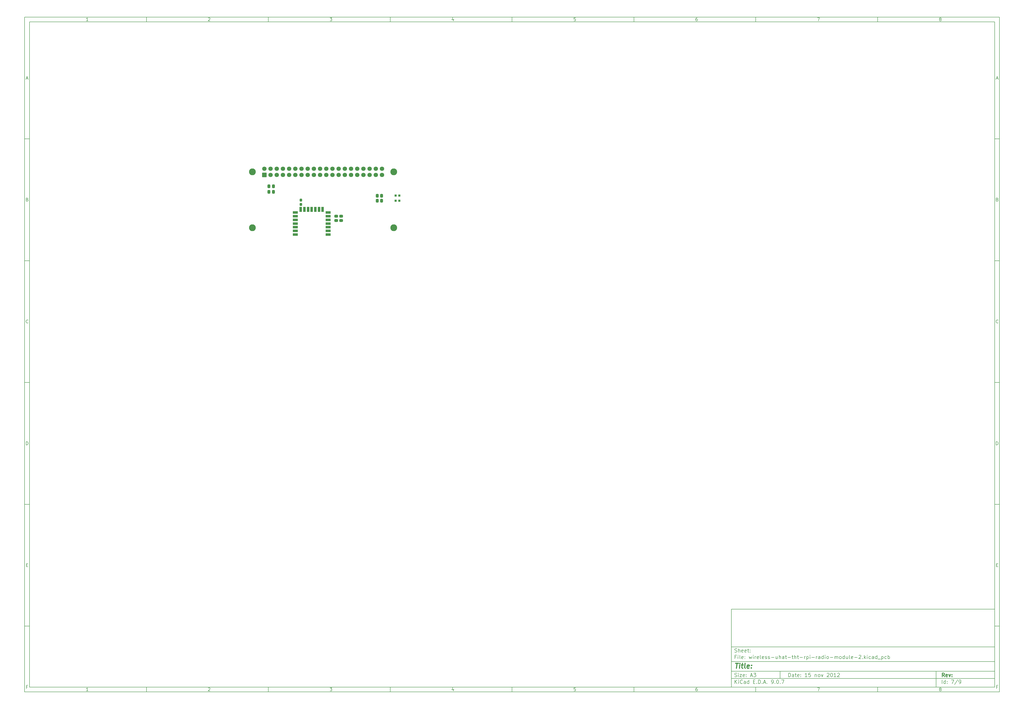
<source format=gts>
G04 #@! TF.GenerationSoftware,KiCad,Pcbnew,9.0.7*
G04 #@! TF.CreationDate,2026-02-19T11:55:31-06:00*
G04 #@! TF.ProjectId,wireless-uhat-tht-rpi-radio-module-2,77697265-6c65-4737-932d-756861742d74,rev?*
G04 #@! TF.SameCoordinates,Original*
G04 #@! TF.FileFunction,Soldermask,Top*
G04 #@! TF.FilePolarity,Negative*
%FSLAX46Y46*%
G04 Gerber Fmt 4.6, Leading zero omitted, Abs format (unit mm)*
G04 Created by KiCad (PCBNEW 9.0.7) date 2026-02-19 11:55:31*
%MOMM*%
%LPD*%
G01*
G04 APERTURE LIST*
G04 Aperture macros list*
%AMRoundRect*
0 Rectangle with rounded corners*
0 $1 Rounding radius*
0 $2 $3 $4 $5 $6 $7 $8 $9 X,Y pos of 4 corners*
0 Add a 4 corners polygon primitive as box body*
4,1,4,$2,$3,$4,$5,$6,$7,$8,$9,$2,$3,0*
0 Add four circle primitives for the rounded corners*
1,1,$1+$1,$2,$3*
1,1,$1+$1,$4,$5*
1,1,$1+$1,$6,$7*
1,1,$1+$1,$8,$9*
0 Add four rect primitives between the rounded corners*
20,1,$1+$1,$2,$3,$4,$5,0*
20,1,$1+$1,$4,$5,$6,$7,0*
20,1,$1+$1,$6,$7,$8,$9,0*
20,1,$1+$1,$8,$9,$2,$3,0*%
G04 Aperture macros list end*
%ADD10C,0.100000*%
%ADD11C,0.150000*%
%ADD12C,0.300000*%
%ADD13C,0.400000*%
%ADD14RoundRect,0.225400X-0.225400X0.225400X-0.225400X-0.225400X0.225400X-0.225400X0.225400X0.225400X0*%
%ADD15C,2.801600*%
%ADD16RoundRect,0.274780X0.288520X0.476020X-0.288520X0.476020X-0.288520X-0.476020X0.288520X-0.476020X0*%
%ADD17RoundRect,0.274780X-0.288520X-0.476020X0.288520X-0.476020X0.288520X0.476020X-0.288520X0.476020X0*%
%ADD18R,2.000000X1.000000*%
%ADD19R,1.000000X2.000000*%
%ADD20RoundRect,0.274780X0.476020X-0.288520X0.476020X0.288520X-0.476020X0.288520X-0.476020X-0.288520X0*%
%ADD21RoundRect,0.262900X-0.262900X0.312900X-0.262900X-0.312900X0.262900X-0.312900X0.262900X0.312900X0*%
%ADD22RoundRect,0.050800X-0.850000X0.850000X-0.850000X-0.850000X0.850000X-0.850000X0.850000X0.850000X0*%
%ADD23C,1.801600*%
G04 APERTURE END LIST*
D10*
D11*
X299989000Y-253002200D02*
X407989000Y-253002200D01*
X407989000Y-285002200D01*
X299989000Y-285002200D01*
X299989000Y-253002200D01*
D10*
D11*
X10000000Y-10000000D02*
X409989000Y-10000000D01*
X409989000Y-287002200D01*
X10000000Y-287002200D01*
X10000000Y-10000000D01*
D10*
D11*
X12000000Y-12000000D02*
X407989000Y-12000000D01*
X407989000Y-285002200D01*
X12000000Y-285002200D01*
X12000000Y-12000000D01*
D10*
D11*
X60000000Y-12000000D02*
X60000000Y-10000000D01*
D10*
D11*
X110000000Y-12000000D02*
X110000000Y-10000000D01*
D10*
D11*
X160000000Y-12000000D02*
X160000000Y-10000000D01*
D10*
D11*
X210000000Y-12000000D02*
X210000000Y-10000000D01*
D10*
D11*
X260000000Y-12000000D02*
X260000000Y-10000000D01*
D10*
D11*
X310000000Y-12000000D02*
X310000000Y-10000000D01*
D10*
D11*
X360000000Y-12000000D02*
X360000000Y-10000000D01*
D10*
D11*
X36089160Y-11593604D02*
X35346303Y-11593604D01*
X35717731Y-11593604D02*
X35717731Y-10293604D01*
X35717731Y-10293604D02*
X35593922Y-10479319D01*
X35593922Y-10479319D02*
X35470112Y-10603128D01*
X35470112Y-10603128D02*
X35346303Y-10665033D01*
D10*
D11*
X85346303Y-10417414D02*
X85408207Y-10355509D01*
X85408207Y-10355509D02*
X85532017Y-10293604D01*
X85532017Y-10293604D02*
X85841541Y-10293604D01*
X85841541Y-10293604D02*
X85965350Y-10355509D01*
X85965350Y-10355509D02*
X86027255Y-10417414D01*
X86027255Y-10417414D02*
X86089160Y-10541223D01*
X86089160Y-10541223D02*
X86089160Y-10665033D01*
X86089160Y-10665033D02*
X86027255Y-10850747D01*
X86027255Y-10850747D02*
X85284398Y-11593604D01*
X85284398Y-11593604D02*
X86089160Y-11593604D01*
D10*
D11*
X135284398Y-10293604D02*
X136089160Y-10293604D01*
X136089160Y-10293604D02*
X135655826Y-10788842D01*
X135655826Y-10788842D02*
X135841541Y-10788842D01*
X135841541Y-10788842D02*
X135965350Y-10850747D01*
X135965350Y-10850747D02*
X136027255Y-10912652D01*
X136027255Y-10912652D02*
X136089160Y-11036461D01*
X136089160Y-11036461D02*
X136089160Y-11345985D01*
X136089160Y-11345985D02*
X136027255Y-11469795D01*
X136027255Y-11469795D02*
X135965350Y-11531700D01*
X135965350Y-11531700D02*
X135841541Y-11593604D01*
X135841541Y-11593604D02*
X135470112Y-11593604D01*
X135470112Y-11593604D02*
X135346303Y-11531700D01*
X135346303Y-11531700D02*
X135284398Y-11469795D01*
D10*
D11*
X185965350Y-10726938D02*
X185965350Y-11593604D01*
X185655826Y-10231700D02*
X185346303Y-11160271D01*
X185346303Y-11160271D02*
X186151064Y-11160271D01*
D10*
D11*
X236027255Y-10293604D02*
X235408207Y-10293604D01*
X235408207Y-10293604D02*
X235346303Y-10912652D01*
X235346303Y-10912652D02*
X235408207Y-10850747D01*
X235408207Y-10850747D02*
X235532017Y-10788842D01*
X235532017Y-10788842D02*
X235841541Y-10788842D01*
X235841541Y-10788842D02*
X235965350Y-10850747D01*
X235965350Y-10850747D02*
X236027255Y-10912652D01*
X236027255Y-10912652D02*
X236089160Y-11036461D01*
X236089160Y-11036461D02*
X236089160Y-11345985D01*
X236089160Y-11345985D02*
X236027255Y-11469795D01*
X236027255Y-11469795D02*
X235965350Y-11531700D01*
X235965350Y-11531700D02*
X235841541Y-11593604D01*
X235841541Y-11593604D02*
X235532017Y-11593604D01*
X235532017Y-11593604D02*
X235408207Y-11531700D01*
X235408207Y-11531700D02*
X235346303Y-11469795D01*
D10*
D11*
X285965350Y-10293604D02*
X285717731Y-10293604D01*
X285717731Y-10293604D02*
X285593922Y-10355509D01*
X285593922Y-10355509D02*
X285532017Y-10417414D01*
X285532017Y-10417414D02*
X285408207Y-10603128D01*
X285408207Y-10603128D02*
X285346303Y-10850747D01*
X285346303Y-10850747D02*
X285346303Y-11345985D01*
X285346303Y-11345985D02*
X285408207Y-11469795D01*
X285408207Y-11469795D02*
X285470112Y-11531700D01*
X285470112Y-11531700D02*
X285593922Y-11593604D01*
X285593922Y-11593604D02*
X285841541Y-11593604D01*
X285841541Y-11593604D02*
X285965350Y-11531700D01*
X285965350Y-11531700D02*
X286027255Y-11469795D01*
X286027255Y-11469795D02*
X286089160Y-11345985D01*
X286089160Y-11345985D02*
X286089160Y-11036461D01*
X286089160Y-11036461D02*
X286027255Y-10912652D01*
X286027255Y-10912652D02*
X285965350Y-10850747D01*
X285965350Y-10850747D02*
X285841541Y-10788842D01*
X285841541Y-10788842D02*
X285593922Y-10788842D01*
X285593922Y-10788842D02*
X285470112Y-10850747D01*
X285470112Y-10850747D02*
X285408207Y-10912652D01*
X285408207Y-10912652D02*
X285346303Y-11036461D01*
D10*
D11*
X335284398Y-10293604D02*
X336151064Y-10293604D01*
X336151064Y-10293604D02*
X335593922Y-11593604D01*
D10*
D11*
X385593922Y-10850747D02*
X385470112Y-10788842D01*
X385470112Y-10788842D02*
X385408207Y-10726938D01*
X385408207Y-10726938D02*
X385346303Y-10603128D01*
X385346303Y-10603128D02*
X385346303Y-10541223D01*
X385346303Y-10541223D02*
X385408207Y-10417414D01*
X385408207Y-10417414D02*
X385470112Y-10355509D01*
X385470112Y-10355509D02*
X385593922Y-10293604D01*
X385593922Y-10293604D02*
X385841541Y-10293604D01*
X385841541Y-10293604D02*
X385965350Y-10355509D01*
X385965350Y-10355509D02*
X386027255Y-10417414D01*
X386027255Y-10417414D02*
X386089160Y-10541223D01*
X386089160Y-10541223D02*
X386089160Y-10603128D01*
X386089160Y-10603128D02*
X386027255Y-10726938D01*
X386027255Y-10726938D02*
X385965350Y-10788842D01*
X385965350Y-10788842D02*
X385841541Y-10850747D01*
X385841541Y-10850747D02*
X385593922Y-10850747D01*
X385593922Y-10850747D02*
X385470112Y-10912652D01*
X385470112Y-10912652D02*
X385408207Y-10974557D01*
X385408207Y-10974557D02*
X385346303Y-11098366D01*
X385346303Y-11098366D02*
X385346303Y-11345985D01*
X385346303Y-11345985D02*
X385408207Y-11469795D01*
X385408207Y-11469795D02*
X385470112Y-11531700D01*
X385470112Y-11531700D02*
X385593922Y-11593604D01*
X385593922Y-11593604D02*
X385841541Y-11593604D01*
X385841541Y-11593604D02*
X385965350Y-11531700D01*
X385965350Y-11531700D02*
X386027255Y-11469795D01*
X386027255Y-11469795D02*
X386089160Y-11345985D01*
X386089160Y-11345985D02*
X386089160Y-11098366D01*
X386089160Y-11098366D02*
X386027255Y-10974557D01*
X386027255Y-10974557D02*
X385965350Y-10912652D01*
X385965350Y-10912652D02*
X385841541Y-10850747D01*
D10*
D11*
X60000000Y-285002200D02*
X60000000Y-287002200D01*
D10*
D11*
X110000000Y-285002200D02*
X110000000Y-287002200D01*
D10*
D11*
X160000000Y-285002200D02*
X160000000Y-287002200D01*
D10*
D11*
X210000000Y-285002200D02*
X210000000Y-287002200D01*
D10*
D11*
X260000000Y-285002200D02*
X260000000Y-287002200D01*
D10*
D11*
X310000000Y-285002200D02*
X310000000Y-287002200D01*
D10*
D11*
X360000000Y-285002200D02*
X360000000Y-287002200D01*
D10*
D11*
X36089160Y-286595804D02*
X35346303Y-286595804D01*
X35717731Y-286595804D02*
X35717731Y-285295804D01*
X35717731Y-285295804D02*
X35593922Y-285481519D01*
X35593922Y-285481519D02*
X35470112Y-285605328D01*
X35470112Y-285605328D02*
X35346303Y-285667233D01*
D10*
D11*
X85346303Y-285419614D02*
X85408207Y-285357709D01*
X85408207Y-285357709D02*
X85532017Y-285295804D01*
X85532017Y-285295804D02*
X85841541Y-285295804D01*
X85841541Y-285295804D02*
X85965350Y-285357709D01*
X85965350Y-285357709D02*
X86027255Y-285419614D01*
X86027255Y-285419614D02*
X86089160Y-285543423D01*
X86089160Y-285543423D02*
X86089160Y-285667233D01*
X86089160Y-285667233D02*
X86027255Y-285852947D01*
X86027255Y-285852947D02*
X85284398Y-286595804D01*
X85284398Y-286595804D02*
X86089160Y-286595804D01*
D10*
D11*
X135284398Y-285295804D02*
X136089160Y-285295804D01*
X136089160Y-285295804D02*
X135655826Y-285791042D01*
X135655826Y-285791042D02*
X135841541Y-285791042D01*
X135841541Y-285791042D02*
X135965350Y-285852947D01*
X135965350Y-285852947D02*
X136027255Y-285914852D01*
X136027255Y-285914852D02*
X136089160Y-286038661D01*
X136089160Y-286038661D02*
X136089160Y-286348185D01*
X136089160Y-286348185D02*
X136027255Y-286471995D01*
X136027255Y-286471995D02*
X135965350Y-286533900D01*
X135965350Y-286533900D02*
X135841541Y-286595804D01*
X135841541Y-286595804D02*
X135470112Y-286595804D01*
X135470112Y-286595804D02*
X135346303Y-286533900D01*
X135346303Y-286533900D02*
X135284398Y-286471995D01*
D10*
D11*
X185965350Y-285729138D02*
X185965350Y-286595804D01*
X185655826Y-285233900D02*
X185346303Y-286162471D01*
X185346303Y-286162471D02*
X186151064Y-286162471D01*
D10*
D11*
X236027255Y-285295804D02*
X235408207Y-285295804D01*
X235408207Y-285295804D02*
X235346303Y-285914852D01*
X235346303Y-285914852D02*
X235408207Y-285852947D01*
X235408207Y-285852947D02*
X235532017Y-285791042D01*
X235532017Y-285791042D02*
X235841541Y-285791042D01*
X235841541Y-285791042D02*
X235965350Y-285852947D01*
X235965350Y-285852947D02*
X236027255Y-285914852D01*
X236027255Y-285914852D02*
X236089160Y-286038661D01*
X236089160Y-286038661D02*
X236089160Y-286348185D01*
X236089160Y-286348185D02*
X236027255Y-286471995D01*
X236027255Y-286471995D02*
X235965350Y-286533900D01*
X235965350Y-286533900D02*
X235841541Y-286595804D01*
X235841541Y-286595804D02*
X235532017Y-286595804D01*
X235532017Y-286595804D02*
X235408207Y-286533900D01*
X235408207Y-286533900D02*
X235346303Y-286471995D01*
D10*
D11*
X285965350Y-285295804D02*
X285717731Y-285295804D01*
X285717731Y-285295804D02*
X285593922Y-285357709D01*
X285593922Y-285357709D02*
X285532017Y-285419614D01*
X285532017Y-285419614D02*
X285408207Y-285605328D01*
X285408207Y-285605328D02*
X285346303Y-285852947D01*
X285346303Y-285852947D02*
X285346303Y-286348185D01*
X285346303Y-286348185D02*
X285408207Y-286471995D01*
X285408207Y-286471995D02*
X285470112Y-286533900D01*
X285470112Y-286533900D02*
X285593922Y-286595804D01*
X285593922Y-286595804D02*
X285841541Y-286595804D01*
X285841541Y-286595804D02*
X285965350Y-286533900D01*
X285965350Y-286533900D02*
X286027255Y-286471995D01*
X286027255Y-286471995D02*
X286089160Y-286348185D01*
X286089160Y-286348185D02*
X286089160Y-286038661D01*
X286089160Y-286038661D02*
X286027255Y-285914852D01*
X286027255Y-285914852D02*
X285965350Y-285852947D01*
X285965350Y-285852947D02*
X285841541Y-285791042D01*
X285841541Y-285791042D02*
X285593922Y-285791042D01*
X285593922Y-285791042D02*
X285470112Y-285852947D01*
X285470112Y-285852947D02*
X285408207Y-285914852D01*
X285408207Y-285914852D02*
X285346303Y-286038661D01*
D10*
D11*
X335284398Y-285295804D02*
X336151064Y-285295804D01*
X336151064Y-285295804D02*
X335593922Y-286595804D01*
D10*
D11*
X385593922Y-285852947D02*
X385470112Y-285791042D01*
X385470112Y-285791042D02*
X385408207Y-285729138D01*
X385408207Y-285729138D02*
X385346303Y-285605328D01*
X385346303Y-285605328D02*
X385346303Y-285543423D01*
X385346303Y-285543423D02*
X385408207Y-285419614D01*
X385408207Y-285419614D02*
X385470112Y-285357709D01*
X385470112Y-285357709D02*
X385593922Y-285295804D01*
X385593922Y-285295804D02*
X385841541Y-285295804D01*
X385841541Y-285295804D02*
X385965350Y-285357709D01*
X385965350Y-285357709D02*
X386027255Y-285419614D01*
X386027255Y-285419614D02*
X386089160Y-285543423D01*
X386089160Y-285543423D02*
X386089160Y-285605328D01*
X386089160Y-285605328D02*
X386027255Y-285729138D01*
X386027255Y-285729138D02*
X385965350Y-285791042D01*
X385965350Y-285791042D02*
X385841541Y-285852947D01*
X385841541Y-285852947D02*
X385593922Y-285852947D01*
X385593922Y-285852947D02*
X385470112Y-285914852D01*
X385470112Y-285914852D02*
X385408207Y-285976757D01*
X385408207Y-285976757D02*
X385346303Y-286100566D01*
X385346303Y-286100566D02*
X385346303Y-286348185D01*
X385346303Y-286348185D02*
X385408207Y-286471995D01*
X385408207Y-286471995D02*
X385470112Y-286533900D01*
X385470112Y-286533900D02*
X385593922Y-286595804D01*
X385593922Y-286595804D02*
X385841541Y-286595804D01*
X385841541Y-286595804D02*
X385965350Y-286533900D01*
X385965350Y-286533900D02*
X386027255Y-286471995D01*
X386027255Y-286471995D02*
X386089160Y-286348185D01*
X386089160Y-286348185D02*
X386089160Y-286100566D01*
X386089160Y-286100566D02*
X386027255Y-285976757D01*
X386027255Y-285976757D02*
X385965350Y-285914852D01*
X385965350Y-285914852D02*
X385841541Y-285852947D01*
D10*
D11*
X10000000Y-60000000D02*
X12000000Y-60000000D01*
D10*
D11*
X10000000Y-110000000D02*
X12000000Y-110000000D01*
D10*
D11*
X10000000Y-160000000D02*
X12000000Y-160000000D01*
D10*
D11*
X10000000Y-210000000D02*
X12000000Y-210000000D01*
D10*
D11*
X10000000Y-260000000D02*
X12000000Y-260000000D01*
D10*
D11*
X10690476Y-35222176D02*
X11309523Y-35222176D01*
X10566666Y-35593604D02*
X10999999Y-34293604D01*
X10999999Y-34293604D02*
X11433333Y-35593604D01*
D10*
D11*
X11092857Y-84912652D02*
X11278571Y-84974557D01*
X11278571Y-84974557D02*
X11340476Y-85036461D01*
X11340476Y-85036461D02*
X11402380Y-85160271D01*
X11402380Y-85160271D02*
X11402380Y-85345985D01*
X11402380Y-85345985D02*
X11340476Y-85469795D01*
X11340476Y-85469795D02*
X11278571Y-85531700D01*
X11278571Y-85531700D02*
X11154761Y-85593604D01*
X11154761Y-85593604D02*
X10659523Y-85593604D01*
X10659523Y-85593604D02*
X10659523Y-84293604D01*
X10659523Y-84293604D02*
X11092857Y-84293604D01*
X11092857Y-84293604D02*
X11216666Y-84355509D01*
X11216666Y-84355509D02*
X11278571Y-84417414D01*
X11278571Y-84417414D02*
X11340476Y-84541223D01*
X11340476Y-84541223D02*
X11340476Y-84665033D01*
X11340476Y-84665033D02*
X11278571Y-84788842D01*
X11278571Y-84788842D02*
X11216666Y-84850747D01*
X11216666Y-84850747D02*
X11092857Y-84912652D01*
X11092857Y-84912652D02*
X10659523Y-84912652D01*
D10*
D11*
X11402380Y-135469795D02*
X11340476Y-135531700D01*
X11340476Y-135531700D02*
X11154761Y-135593604D01*
X11154761Y-135593604D02*
X11030952Y-135593604D01*
X11030952Y-135593604D02*
X10845238Y-135531700D01*
X10845238Y-135531700D02*
X10721428Y-135407890D01*
X10721428Y-135407890D02*
X10659523Y-135284080D01*
X10659523Y-135284080D02*
X10597619Y-135036461D01*
X10597619Y-135036461D02*
X10597619Y-134850747D01*
X10597619Y-134850747D02*
X10659523Y-134603128D01*
X10659523Y-134603128D02*
X10721428Y-134479319D01*
X10721428Y-134479319D02*
X10845238Y-134355509D01*
X10845238Y-134355509D02*
X11030952Y-134293604D01*
X11030952Y-134293604D02*
X11154761Y-134293604D01*
X11154761Y-134293604D02*
X11340476Y-134355509D01*
X11340476Y-134355509D02*
X11402380Y-134417414D01*
D10*
D11*
X10659523Y-185593604D02*
X10659523Y-184293604D01*
X10659523Y-184293604D02*
X10969047Y-184293604D01*
X10969047Y-184293604D02*
X11154761Y-184355509D01*
X11154761Y-184355509D02*
X11278571Y-184479319D01*
X11278571Y-184479319D02*
X11340476Y-184603128D01*
X11340476Y-184603128D02*
X11402380Y-184850747D01*
X11402380Y-184850747D02*
X11402380Y-185036461D01*
X11402380Y-185036461D02*
X11340476Y-185284080D01*
X11340476Y-185284080D02*
X11278571Y-185407890D01*
X11278571Y-185407890D02*
X11154761Y-185531700D01*
X11154761Y-185531700D02*
X10969047Y-185593604D01*
X10969047Y-185593604D02*
X10659523Y-185593604D01*
D10*
D11*
X10721428Y-234912652D02*
X11154762Y-234912652D01*
X11340476Y-235593604D02*
X10721428Y-235593604D01*
X10721428Y-235593604D02*
X10721428Y-234293604D01*
X10721428Y-234293604D02*
X11340476Y-234293604D01*
D10*
D11*
X11185714Y-284912652D02*
X10752380Y-284912652D01*
X10752380Y-285593604D02*
X10752380Y-284293604D01*
X10752380Y-284293604D02*
X11371428Y-284293604D01*
D10*
D11*
X409989000Y-60000000D02*
X407989000Y-60000000D01*
D10*
D11*
X409989000Y-110000000D02*
X407989000Y-110000000D01*
D10*
D11*
X409989000Y-160000000D02*
X407989000Y-160000000D01*
D10*
D11*
X409989000Y-210000000D02*
X407989000Y-210000000D01*
D10*
D11*
X409989000Y-260000000D02*
X407989000Y-260000000D01*
D10*
D11*
X408679476Y-35222176D02*
X409298523Y-35222176D01*
X408555666Y-35593604D02*
X408988999Y-34293604D01*
X408988999Y-34293604D02*
X409422333Y-35593604D01*
D10*
D11*
X409081857Y-84912652D02*
X409267571Y-84974557D01*
X409267571Y-84974557D02*
X409329476Y-85036461D01*
X409329476Y-85036461D02*
X409391380Y-85160271D01*
X409391380Y-85160271D02*
X409391380Y-85345985D01*
X409391380Y-85345985D02*
X409329476Y-85469795D01*
X409329476Y-85469795D02*
X409267571Y-85531700D01*
X409267571Y-85531700D02*
X409143761Y-85593604D01*
X409143761Y-85593604D02*
X408648523Y-85593604D01*
X408648523Y-85593604D02*
X408648523Y-84293604D01*
X408648523Y-84293604D02*
X409081857Y-84293604D01*
X409081857Y-84293604D02*
X409205666Y-84355509D01*
X409205666Y-84355509D02*
X409267571Y-84417414D01*
X409267571Y-84417414D02*
X409329476Y-84541223D01*
X409329476Y-84541223D02*
X409329476Y-84665033D01*
X409329476Y-84665033D02*
X409267571Y-84788842D01*
X409267571Y-84788842D02*
X409205666Y-84850747D01*
X409205666Y-84850747D02*
X409081857Y-84912652D01*
X409081857Y-84912652D02*
X408648523Y-84912652D01*
D10*
D11*
X409391380Y-135469795D02*
X409329476Y-135531700D01*
X409329476Y-135531700D02*
X409143761Y-135593604D01*
X409143761Y-135593604D02*
X409019952Y-135593604D01*
X409019952Y-135593604D02*
X408834238Y-135531700D01*
X408834238Y-135531700D02*
X408710428Y-135407890D01*
X408710428Y-135407890D02*
X408648523Y-135284080D01*
X408648523Y-135284080D02*
X408586619Y-135036461D01*
X408586619Y-135036461D02*
X408586619Y-134850747D01*
X408586619Y-134850747D02*
X408648523Y-134603128D01*
X408648523Y-134603128D02*
X408710428Y-134479319D01*
X408710428Y-134479319D02*
X408834238Y-134355509D01*
X408834238Y-134355509D02*
X409019952Y-134293604D01*
X409019952Y-134293604D02*
X409143761Y-134293604D01*
X409143761Y-134293604D02*
X409329476Y-134355509D01*
X409329476Y-134355509D02*
X409391380Y-134417414D01*
D10*
D11*
X408648523Y-185593604D02*
X408648523Y-184293604D01*
X408648523Y-184293604D02*
X408958047Y-184293604D01*
X408958047Y-184293604D02*
X409143761Y-184355509D01*
X409143761Y-184355509D02*
X409267571Y-184479319D01*
X409267571Y-184479319D02*
X409329476Y-184603128D01*
X409329476Y-184603128D02*
X409391380Y-184850747D01*
X409391380Y-184850747D02*
X409391380Y-185036461D01*
X409391380Y-185036461D02*
X409329476Y-185284080D01*
X409329476Y-185284080D02*
X409267571Y-185407890D01*
X409267571Y-185407890D02*
X409143761Y-185531700D01*
X409143761Y-185531700D02*
X408958047Y-185593604D01*
X408958047Y-185593604D02*
X408648523Y-185593604D01*
D10*
D11*
X408710428Y-234912652D02*
X409143762Y-234912652D01*
X409329476Y-235593604D02*
X408710428Y-235593604D01*
X408710428Y-235593604D02*
X408710428Y-234293604D01*
X408710428Y-234293604D02*
X409329476Y-234293604D01*
D10*
D11*
X409174714Y-284912652D02*
X408741380Y-284912652D01*
X408741380Y-285593604D02*
X408741380Y-284293604D01*
X408741380Y-284293604D02*
X409360428Y-284293604D01*
D10*
D11*
X323444826Y-280788328D02*
X323444826Y-279288328D01*
X323444826Y-279288328D02*
X323801969Y-279288328D01*
X323801969Y-279288328D02*
X324016255Y-279359757D01*
X324016255Y-279359757D02*
X324159112Y-279502614D01*
X324159112Y-279502614D02*
X324230541Y-279645471D01*
X324230541Y-279645471D02*
X324301969Y-279931185D01*
X324301969Y-279931185D02*
X324301969Y-280145471D01*
X324301969Y-280145471D02*
X324230541Y-280431185D01*
X324230541Y-280431185D02*
X324159112Y-280574042D01*
X324159112Y-280574042D02*
X324016255Y-280716900D01*
X324016255Y-280716900D02*
X323801969Y-280788328D01*
X323801969Y-280788328D02*
X323444826Y-280788328D01*
X325587684Y-280788328D02*
X325587684Y-280002614D01*
X325587684Y-280002614D02*
X325516255Y-279859757D01*
X325516255Y-279859757D02*
X325373398Y-279788328D01*
X325373398Y-279788328D02*
X325087684Y-279788328D01*
X325087684Y-279788328D02*
X324944826Y-279859757D01*
X325587684Y-280716900D02*
X325444826Y-280788328D01*
X325444826Y-280788328D02*
X325087684Y-280788328D01*
X325087684Y-280788328D02*
X324944826Y-280716900D01*
X324944826Y-280716900D02*
X324873398Y-280574042D01*
X324873398Y-280574042D02*
X324873398Y-280431185D01*
X324873398Y-280431185D02*
X324944826Y-280288328D01*
X324944826Y-280288328D02*
X325087684Y-280216900D01*
X325087684Y-280216900D02*
X325444826Y-280216900D01*
X325444826Y-280216900D02*
X325587684Y-280145471D01*
X326087684Y-279788328D02*
X326659112Y-279788328D01*
X326301969Y-279288328D02*
X326301969Y-280574042D01*
X326301969Y-280574042D02*
X326373398Y-280716900D01*
X326373398Y-280716900D02*
X326516255Y-280788328D01*
X326516255Y-280788328D02*
X326659112Y-280788328D01*
X327730541Y-280716900D02*
X327587684Y-280788328D01*
X327587684Y-280788328D02*
X327301970Y-280788328D01*
X327301970Y-280788328D02*
X327159112Y-280716900D01*
X327159112Y-280716900D02*
X327087684Y-280574042D01*
X327087684Y-280574042D02*
X327087684Y-280002614D01*
X327087684Y-280002614D02*
X327159112Y-279859757D01*
X327159112Y-279859757D02*
X327301970Y-279788328D01*
X327301970Y-279788328D02*
X327587684Y-279788328D01*
X327587684Y-279788328D02*
X327730541Y-279859757D01*
X327730541Y-279859757D02*
X327801970Y-280002614D01*
X327801970Y-280002614D02*
X327801970Y-280145471D01*
X327801970Y-280145471D02*
X327087684Y-280288328D01*
X328444826Y-280645471D02*
X328516255Y-280716900D01*
X328516255Y-280716900D02*
X328444826Y-280788328D01*
X328444826Y-280788328D02*
X328373398Y-280716900D01*
X328373398Y-280716900D02*
X328444826Y-280645471D01*
X328444826Y-280645471D02*
X328444826Y-280788328D01*
X328444826Y-279859757D02*
X328516255Y-279931185D01*
X328516255Y-279931185D02*
X328444826Y-280002614D01*
X328444826Y-280002614D02*
X328373398Y-279931185D01*
X328373398Y-279931185D02*
X328444826Y-279859757D01*
X328444826Y-279859757D02*
X328444826Y-280002614D01*
X331087684Y-280788328D02*
X330230541Y-280788328D01*
X330659112Y-280788328D02*
X330659112Y-279288328D01*
X330659112Y-279288328D02*
X330516255Y-279502614D01*
X330516255Y-279502614D02*
X330373398Y-279645471D01*
X330373398Y-279645471D02*
X330230541Y-279716900D01*
X332444826Y-279288328D02*
X331730540Y-279288328D01*
X331730540Y-279288328D02*
X331659112Y-280002614D01*
X331659112Y-280002614D02*
X331730540Y-279931185D01*
X331730540Y-279931185D02*
X331873398Y-279859757D01*
X331873398Y-279859757D02*
X332230540Y-279859757D01*
X332230540Y-279859757D02*
X332373398Y-279931185D01*
X332373398Y-279931185D02*
X332444826Y-280002614D01*
X332444826Y-280002614D02*
X332516255Y-280145471D01*
X332516255Y-280145471D02*
X332516255Y-280502614D01*
X332516255Y-280502614D02*
X332444826Y-280645471D01*
X332444826Y-280645471D02*
X332373398Y-280716900D01*
X332373398Y-280716900D02*
X332230540Y-280788328D01*
X332230540Y-280788328D02*
X331873398Y-280788328D01*
X331873398Y-280788328D02*
X331730540Y-280716900D01*
X331730540Y-280716900D02*
X331659112Y-280645471D01*
X334301968Y-279788328D02*
X334301968Y-280788328D01*
X334301968Y-279931185D02*
X334373397Y-279859757D01*
X334373397Y-279859757D02*
X334516254Y-279788328D01*
X334516254Y-279788328D02*
X334730540Y-279788328D01*
X334730540Y-279788328D02*
X334873397Y-279859757D01*
X334873397Y-279859757D02*
X334944826Y-280002614D01*
X334944826Y-280002614D02*
X334944826Y-280788328D01*
X335873397Y-280788328D02*
X335730540Y-280716900D01*
X335730540Y-280716900D02*
X335659111Y-280645471D01*
X335659111Y-280645471D02*
X335587683Y-280502614D01*
X335587683Y-280502614D02*
X335587683Y-280074042D01*
X335587683Y-280074042D02*
X335659111Y-279931185D01*
X335659111Y-279931185D02*
X335730540Y-279859757D01*
X335730540Y-279859757D02*
X335873397Y-279788328D01*
X335873397Y-279788328D02*
X336087683Y-279788328D01*
X336087683Y-279788328D02*
X336230540Y-279859757D01*
X336230540Y-279859757D02*
X336301969Y-279931185D01*
X336301969Y-279931185D02*
X336373397Y-280074042D01*
X336373397Y-280074042D02*
X336373397Y-280502614D01*
X336373397Y-280502614D02*
X336301969Y-280645471D01*
X336301969Y-280645471D02*
X336230540Y-280716900D01*
X336230540Y-280716900D02*
X336087683Y-280788328D01*
X336087683Y-280788328D02*
X335873397Y-280788328D01*
X336873397Y-279788328D02*
X337230540Y-280788328D01*
X337230540Y-280788328D02*
X337587683Y-279788328D01*
X339230540Y-279431185D02*
X339301968Y-279359757D01*
X339301968Y-279359757D02*
X339444826Y-279288328D01*
X339444826Y-279288328D02*
X339801968Y-279288328D01*
X339801968Y-279288328D02*
X339944826Y-279359757D01*
X339944826Y-279359757D02*
X340016254Y-279431185D01*
X340016254Y-279431185D02*
X340087683Y-279574042D01*
X340087683Y-279574042D02*
X340087683Y-279716900D01*
X340087683Y-279716900D02*
X340016254Y-279931185D01*
X340016254Y-279931185D02*
X339159111Y-280788328D01*
X339159111Y-280788328D02*
X340087683Y-280788328D01*
X341016254Y-279288328D02*
X341159111Y-279288328D01*
X341159111Y-279288328D02*
X341301968Y-279359757D01*
X341301968Y-279359757D02*
X341373397Y-279431185D01*
X341373397Y-279431185D02*
X341444825Y-279574042D01*
X341444825Y-279574042D02*
X341516254Y-279859757D01*
X341516254Y-279859757D02*
X341516254Y-280216900D01*
X341516254Y-280216900D02*
X341444825Y-280502614D01*
X341444825Y-280502614D02*
X341373397Y-280645471D01*
X341373397Y-280645471D02*
X341301968Y-280716900D01*
X341301968Y-280716900D02*
X341159111Y-280788328D01*
X341159111Y-280788328D02*
X341016254Y-280788328D01*
X341016254Y-280788328D02*
X340873397Y-280716900D01*
X340873397Y-280716900D02*
X340801968Y-280645471D01*
X340801968Y-280645471D02*
X340730539Y-280502614D01*
X340730539Y-280502614D02*
X340659111Y-280216900D01*
X340659111Y-280216900D02*
X340659111Y-279859757D01*
X340659111Y-279859757D02*
X340730539Y-279574042D01*
X340730539Y-279574042D02*
X340801968Y-279431185D01*
X340801968Y-279431185D02*
X340873397Y-279359757D01*
X340873397Y-279359757D02*
X341016254Y-279288328D01*
X342944825Y-280788328D02*
X342087682Y-280788328D01*
X342516253Y-280788328D02*
X342516253Y-279288328D01*
X342516253Y-279288328D02*
X342373396Y-279502614D01*
X342373396Y-279502614D02*
X342230539Y-279645471D01*
X342230539Y-279645471D02*
X342087682Y-279716900D01*
X343516253Y-279431185D02*
X343587681Y-279359757D01*
X343587681Y-279359757D02*
X343730539Y-279288328D01*
X343730539Y-279288328D02*
X344087681Y-279288328D01*
X344087681Y-279288328D02*
X344230539Y-279359757D01*
X344230539Y-279359757D02*
X344301967Y-279431185D01*
X344301967Y-279431185D02*
X344373396Y-279574042D01*
X344373396Y-279574042D02*
X344373396Y-279716900D01*
X344373396Y-279716900D02*
X344301967Y-279931185D01*
X344301967Y-279931185D02*
X343444824Y-280788328D01*
X343444824Y-280788328D02*
X344373396Y-280788328D01*
D10*
D11*
X299989000Y-281502200D02*
X407989000Y-281502200D01*
D10*
D11*
X301444826Y-283588328D02*
X301444826Y-282088328D01*
X302301969Y-283588328D02*
X301659112Y-282731185D01*
X302301969Y-282088328D02*
X301444826Y-282945471D01*
X302944826Y-283588328D02*
X302944826Y-282588328D01*
X302944826Y-282088328D02*
X302873398Y-282159757D01*
X302873398Y-282159757D02*
X302944826Y-282231185D01*
X302944826Y-282231185D02*
X303016255Y-282159757D01*
X303016255Y-282159757D02*
X302944826Y-282088328D01*
X302944826Y-282088328D02*
X302944826Y-282231185D01*
X304516255Y-283445471D02*
X304444827Y-283516900D01*
X304444827Y-283516900D02*
X304230541Y-283588328D01*
X304230541Y-283588328D02*
X304087684Y-283588328D01*
X304087684Y-283588328D02*
X303873398Y-283516900D01*
X303873398Y-283516900D02*
X303730541Y-283374042D01*
X303730541Y-283374042D02*
X303659112Y-283231185D01*
X303659112Y-283231185D02*
X303587684Y-282945471D01*
X303587684Y-282945471D02*
X303587684Y-282731185D01*
X303587684Y-282731185D02*
X303659112Y-282445471D01*
X303659112Y-282445471D02*
X303730541Y-282302614D01*
X303730541Y-282302614D02*
X303873398Y-282159757D01*
X303873398Y-282159757D02*
X304087684Y-282088328D01*
X304087684Y-282088328D02*
X304230541Y-282088328D01*
X304230541Y-282088328D02*
X304444827Y-282159757D01*
X304444827Y-282159757D02*
X304516255Y-282231185D01*
X305801970Y-283588328D02*
X305801970Y-282802614D01*
X305801970Y-282802614D02*
X305730541Y-282659757D01*
X305730541Y-282659757D02*
X305587684Y-282588328D01*
X305587684Y-282588328D02*
X305301970Y-282588328D01*
X305301970Y-282588328D02*
X305159112Y-282659757D01*
X305801970Y-283516900D02*
X305659112Y-283588328D01*
X305659112Y-283588328D02*
X305301970Y-283588328D01*
X305301970Y-283588328D02*
X305159112Y-283516900D01*
X305159112Y-283516900D02*
X305087684Y-283374042D01*
X305087684Y-283374042D02*
X305087684Y-283231185D01*
X305087684Y-283231185D02*
X305159112Y-283088328D01*
X305159112Y-283088328D02*
X305301970Y-283016900D01*
X305301970Y-283016900D02*
X305659112Y-283016900D01*
X305659112Y-283016900D02*
X305801970Y-282945471D01*
X307159113Y-283588328D02*
X307159113Y-282088328D01*
X307159113Y-283516900D02*
X307016255Y-283588328D01*
X307016255Y-283588328D02*
X306730541Y-283588328D01*
X306730541Y-283588328D02*
X306587684Y-283516900D01*
X306587684Y-283516900D02*
X306516255Y-283445471D01*
X306516255Y-283445471D02*
X306444827Y-283302614D01*
X306444827Y-283302614D02*
X306444827Y-282874042D01*
X306444827Y-282874042D02*
X306516255Y-282731185D01*
X306516255Y-282731185D02*
X306587684Y-282659757D01*
X306587684Y-282659757D02*
X306730541Y-282588328D01*
X306730541Y-282588328D02*
X307016255Y-282588328D01*
X307016255Y-282588328D02*
X307159113Y-282659757D01*
X309016255Y-282802614D02*
X309516255Y-282802614D01*
X309730541Y-283588328D02*
X309016255Y-283588328D01*
X309016255Y-283588328D02*
X309016255Y-282088328D01*
X309016255Y-282088328D02*
X309730541Y-282088328D01*
X310373398Y-283445471D02*
X310444827Y-283516900D01*
X310444827Y-283516900D02*
X310373398Y-283588328D01*
X310373398Y-283588328D02*
X310301970Y-283516900D01*
X310301970Y-283516900D02*
X310373398Y-283445471D01*
X310373398Y-283445471D02*
X310373398Y-283588328D01*
X311087684Y-283588328D02*
X311087684Y-282088328D01*
X311087684Y-282088328D02*
X311444827Y-282088328D01*
X311444827Y-282088328D02*
X311659113Y-282159757D01*
X311659113Y-282159757D02*
X311801970Y-282302614D01*
X311801970Y-282302614D02*
X311873399Y-282445471D01*
X311873399Y-282445471D02*
X311944827Y-282731185D01*
X311944827Y-282731185D02*
X311944827Y-282945471D01*
X311944827Y-282945471D02*
X311873399Y-283231185D01*
X311873399Y-283231185D02*
X311801970Y-283374042D01*
X311801970Y-283374042D02*
X311659113Y-283516900D01*
X311659113Y-283516900D02*
X311444827Y-283588328D01*
X311444827Y-283588328D02*
X311087684Y-283588328D01*
X312587684Y-283445471D02*
X312659113Y-283516900D01*
X312659113Y-283516900D02*
X312587684Y-283588328D01*
X312587684Y-283588328D02*
X312516256Y-283516900D01*
X312516256Y-283516900D02*
X312587684Y-283445471D01*
X312587684Y-283445471D02*
X312587684Y-283588328D01*
X313230542Y-283159757D02*
X313944828Y-283159757D01*
X313087685Y-283588328D02*
X313587685Y-282088328D01*
X313587685Y-282088328D02*
X314087685Y-283588328D01*
X314587684Y-283445471D02*
X314659113Y-283516900D01*
X314659113Y-283516900D02*
X314587684Y-283588328D01*
X314587684Y-283588328D02*
X314516256Y-283516900D01*
X314516256Y-283516900D02*
X314587684Y-283445471D01*
X314587684Y-283445471D02*
X314587684Y-283588328D01*
X316516256Y-283588328D02*
X316801970Y-283588328D01*
X316801970Y-283588328D02*
X316944827Y-283516900D01*
X316944827Y-283516900D02*
X317016256Y-283445471D01*
X317016256Y-283445471D02*
X317159113Y-283231185D01*
X317159113Y-283231185D02*
X317230542Y-282945471D01*
X317230542Y-282945471D02*
X317230542Y-282374042D01*
X317230542Y-282374042D02*
X317159113Y-282231185D01*
X317159113Y-282231185D02*
X317087685Y-282159757D01*
X317087685Y-282159757D02*
X316944827Y-282088328D01*
X316944827Y-282088328D02*
X316659113Y-282088328D01*
X316659113Y-282088328D02*
X316516256Y-282159757D01*
X316516256Y-282159757D02*
X316444827Y-282231185D01*
X316444827Y-282231185D02*
X316373399Y-282374042D01*
X316373399Y-282374042D02*
X316373399Y-282731185D01*
X316373399Y-282731185D02*
X316444827Y-282874042D01*
X316444827Y-282874042D02*
X316516256Y-282945471D01*
X316516256Y-282945471D02*
X316659113Y-283016900D01*
X316659113Y-283016900D02*
X316944827Y-283016900D01*
X316944827Y-283016900D02*
X317087685Y-282945471D01*
X317087685Y-282945471D02*
X317159113Y-282874042D01*
X317159113Y-282874042D02*
X317230542Y-282731185D01*
X317873398Y-283445471D02*
X317944827Y-283516900D01*
X317944827Y-283516900D02*
X317873398Y-283588328D01*
X317873398Y-283588328D02*
X317801970Y-283516900D01*
X317801970Y-283516900D02*
X317873398Y-283445471D01*
X317873398Y-283445471D02*
X317873398Y-283588328D01*
X318873399Y-282088328D02*
X319016256Y-282088328D01*
X319016256Y-282088328D02*
X319159113Y-282159757D01*
X319159113Y-282159757D02*
X319230542Y-282231185D01*
X319230542Y-282231185D02*
X319301970Y-282374042D01*
X319301970Y-282374042D02*
X319373399Y-282659757D01*
X319373399Y-282659757D02*
X319373399Y-283016900D01*
X319373399Y-283016900D02*
X319301970Y-283302614D01*
X319301970Y-283302614D02*
X319230542Y-283445471D01*
X319230542Y-283445471D02*
X319159113Y-283516900D01*
X319159113Y-283516900D02*
X319016256Y-283588328D01*
X319016256Y-283588328D02*
X318873399Y-283588328D01*
X318873399Y-283588328D02*
X318730542Y-283516900D01*
X318730542Y-283516900D02*
X318659113Y-283445471D01*
X318659113Y-283445471D02*
X318587684Y-283302614D01*
X318587684Y-283302614D02*
X318516256Y-283016900D01*
X318516256Y-283016900D02*
X318516256Y-282659757D01*
X318516256Y-282659757D02*
X318587684Y-282374042D01*
X318587684Y-282374042D02*
X318659113Y-282231185D01*
X318659113Y-282231185D02*
X318730542Y-282159757D01*
X318730542Y-282159757D02*
X318873399Y-282088328D01*
X320016255Y-283445471D02*
X320087684Y-283516900D01*
X320087684Y-283516900D02*
X320016255Y-283588328D01*
X320016255Y-283588328D02*
X319944827Y-283516900D01*
X319944827Y-283516900D02*
X320016255Y-283445471D01*
X320016255Y-283445471D02*
X320016255Y-283588328D01*
X320587684Y-282088328D02*
X321587684Y-282088328D01*
X321587684Y-282088328D02*
X320944827Y-283588328D01*
D10*
D11*
X299989000Y-278502200D02*
X407989000Y-278502200D01*
D10*
D12*
X387400653Y-280780528D02*
X386900653Y-280066242D01*
X386543510Y-280780528D02*
X386543510Y-279280528D01*
X386543510Y-279280528D02*
X387114939Y-279280528D01*
X387114939Y-279280528D02*
X387257796Y-279351957D01*
X387257796Y-279351957D02*
X387329225Y-279423385D01*
X387329225Y-279423385D02*
X387400653Y-279566242D01*
X387400653Y-279566242D02*
X387400653Y-279780528D01*
X387400653Y-279780528D02*
X387329225Y-279923385D01*
X387329225Y-279923385D02*
X387257796Y-279994814D01*
X387257796Y-279994814D02*
X387114939Y-280066242D01*
X387114939Y-280066242D02*
X386543510Y-280066242D01*
X388614939Y-280709100D02*
X388472082Y-280780528D01*
X388472082Y-280780528D02*
X388186368Y-280780528D01*
X388186368Y-280780528D02*
X388043510Y-280709100D01*
X388043510Y-280709100D02*
X387972082Y-280566242D01*
X387972082Y-280566242D02*
X387972082Y-279994814D01*
X387972082Y-279994814D02*
X388043510Y-279851957D01*
X388043510Y-279851957D02*
X388186368Y-279780528D01*
X388186368Y-279780528D02*
X388472082Y-279780528D01*
X388472082Y-279780528D02*
X388614939Y-279851957D01*
X388614939Y-279851957D02*
X388686368Y-279994814D01*
X388686368Y-279994814D02*
X388686368Y-280137671D01*
X388686368Y-280137671D02*
X387972082Y-280280528D01*
X389186367Y-279780528D02*
X389543510Y-280780528D01*
X389543510Y-280780528D02*
X389900653Y-279780528D01*
X390472081Y-280637671D02*
X390543510Y-280709100D01*
X390543510Y-280709100D02*
X390472081Y-280780528D01*
X390472081Y-280780528D02*
X390400653Y-280709100D01*
X390400653Y-280709100D02*
X390472081Y-280637671D01*
X390472081Y-280637671D02*
X390472081Y-280780528D01*
X390472081Y-279851957D02*
X390543510Y-279923385D01*
X390543510Y-279923385D02*
X390472081Y-279994814D01*
X390472081Y-279994814D02*
X390400653Y-279923385D01*
X390400653Y-279923385D02*
X390472081Y-279851957D01*
X390472081Y-279851957D02*
X390472081Y-279994814D01*
D10*
D11*
X301373398Y-280716900D02*
X301587684Y-280788328D01*
X301587684Y-280788328D02*
X301944826Y-280788328D01*
X301944826Y-280788328D02*
X302087684Y-280716900D01*
X302087684Y-280716900D02*
X302159112Y-280645471D01*
X302159112Y-280645471D02*
X302230541Y-280502614D01*
X302230541Y-280502614D02*
X302230541Y-280359757D01*
X302230541Y-280359757D02*
X302159112Y-280216900D01*
X302159112Y-280216900D02*
X302087684Y-280145471D01*
X302087684Y-280145471D02*
X301944826Y-280074042D01*
X301944826Y-280074042D02*
X301659112Y-280002614D01*
X301659112Y-280002614D02*
X301516255Y-279931185D01*
X301516255Y-279931185D02*
X301444826Y-279859757D01*
X301444826Y-279859757D02*
X301373398Y-279716900D01*
X301373398Y-279716900D02*
X301373398Y-279574042D01*
X301373398Y-279574042D02*
X301444826Y-279431185D01*
X301444826Y-279431185D02*
X301516255Y-279359757D01*
X301516255Y-279359757D02*
X301659112Y-279288328D01*
X301659112Y-279288328D02*
X302016255Y-279288328D01*
X302016255Y-279288328D02*
X302230541Y-279359757D01*
X302873397Y-280788328D02*
X302873397Y-279788328D01*
X302873397Y-279288328D02*
X302801969Y-279359757D01*
X302801969Y-279359757D02*
X302873397Y-279431185D01*
X302873397Y-279431185D02*
X302944826Y-279359757D01*
X302944826Y-279359757D02*
X302873397Y-279288328D01*
X302873397Y-279288328D02*
X302873397Y-279431185D01*
X303444826Y-279788328D02*
X304230541Y-279788328D01*
X304230541Y-279788328D02*
X303444826Y-280788328D01*
X303444826Y-280788328D02*
X304230541Y-280788328D01*
X305373398Y-280716900D02*
X305230541Y-280788328D01*
X305230541Y-280788328D02*
X304944827Y-280788328D01*
X304944827Y-280788328D02*
X304801969Y-280716900D01*
X304801969Y-280716900D02*
X304730541Y-280574042D01*
X304730541Y-280574042D02*
X304730541Y-280002614D01*
X304730541Y-280002614D02*
X304801969Y-279859757D01*
X304801969Y-279859757D02*
X304944827Y-279788328D01*
X304944827Y-279788328D02*
X305230541Y-279788328D01*
X305230541Y-279788328D02*
X305373398Y-279859757D01*
X305373398Y-279859757D02*
X305444827Y-280002614D01*
X305444827Y-280002614D02*
X305444827Y-280145471D01*
X305444827Y-280145471D02*
X304730541Y-280288328D01*
X306087683Y-280645471D02*
X306159112Y-280716900D01*
X306159112Y-280716900D02*
X306087683Y-280788328D01*
X306087683Y-280788328D02*
X306016255Y-280716900D01*
X306016255Y-280716900D02*
X306087683Y-280645471D01*
X306087683Y-280645471D02*
X306087683Y-280788328D01*
X306087683Y-279859757D02*
X306159112Y-279931185D01*
X306159112Y-279931185D02*
X306087683Y-280002614D01*
X306087683Y-280002614D02*
X306016255Y-279931185D01*
X306016255Y-279931185D02*
X306087683Y-279859757D01*
X306087683Y-279859757D02*
X306087683Y-280002614D01*
X307873398Y-280359757D02*
X308587684Y-280359757D01*
X307730541Y-280788328D02*
X308230541Y-279288328D01*
X308230541Y-279288328D02*
X308730541Y-280788328D01*
X309087683Y-279288328D02*
X310016255Y-279288328D01*
X310016255Y-279288328D02*
X309516255Y-279859757D01*
X309516255Y-279859757D02*
X309730540Y-279859757D01*
X309730540Y-279859757D02*
X309873398Y-279931185D01*
X309873398Y-279931185D02*
X309944826Y-280002614D01*
X309944826Y-280002614D02*
X310016255Y-280145471D01*
X310016255Y-280145471D02*
X310016255Y-280502614D01*
X310016255Y-280502614D02*
X309944826Y-280645471D01*
X309944826Y-280645471D02*
X309873398Y-280716900D01*
X309873398Y-280716900D02*
X309730540Y-280788328D01*
X309730540Y-280788328D02*
X309301969Y-280788328D01*
X309301969Y-280788328D02*
X309159112Y-280716900D01*
X309159112Y-280716900D02*
X309087683Y-280645471D01*
D10*
D11*
X386444826Y-283588328D02*
X386444826Y-282088328D01*
X387801970Y-283588328D02*
X387801970Y-282088328D01*
X387801970Y-283516900D02*
X387659112Y-283588328D01*
X387659112Y-283588328D02*
X387373398Y-283588328D01*
X387373398Y-283588328D02*
X387230541Y-283516900D01*
X387230541Y-283516900D02*
X387159112Y-283445471D01*
X387159112Y-283445471D02*
X387087684Y-283302614D01*
X387087684Y-283302614D02*
X387087684Y-282874042D01*
X387087684Y-282874042D02*
X387159112Y-282731185D01*
X387159112Y-282731185D02*
X387230541Y-282659757D01*
X387230541Y-282659757D02*
X387373398Y-282588328D01*
X387373398Y-282588328D02*
X387659112Y-282588328D01*
X387659112Y-282588328D02*
X387801970Y-282659757D01*
X388516255Y-283445471D02*
X388587684Y-283516900D01*
X388587684Y-283516900D02*
X388516255Y-283588328D01*
X388516255Y-283588328D02*
X388444827Y-283516900D01*
X388444827Y-283516900D02*
X388516255Y-283445471D01*
X388516255Y-283445471D02*
X388516255Y-283588328D01*
X388516255Y-282659757D02*
X388587684Y-282731185D01*
X388587684Y-282731185D02*
X388516255Y-282802614D01*
X388516255Y-282802614D02*
X388444827Y-282731185D01*
X388444827Y-282731185D02*
X388516255Y-282659757D01*
X388516255Y-282659757D02*
X388516255Y-282802614D01*
X390230541Y-282088328D02*
X391230541Y-282088328D01*
X391230541Y-282088328D02*
X390587684Y-283588328D01*
X392873398Y-282016900D02*
X391587684Y-283945471D01*
X393444827Y-283588328D02*
X393730541Y-283588328D01*
X393730541Y-283588328D02*
X393873398Y-283516900D01*
X393873398Y-283516900D02*
X393944827Y-283445471D01*
X393944827Y-283445471D02*
X394087684Y-283231185D01*
X394087684Y-283231185D02*
X394159113Y-282945471D01*
X394159113Y-282945471D02*
X394159113Y-282374042D01*
X394159113Y-282374042D02*
X394087684Y-282231185D01*
X394087684Y-282231185D02*
X394016256Y-282159757D01*
X394016256Y-282159757D02*
X393873398Y-282088328D01*
X393873398Y-282088328D02*
X393587684Y-282088328D01*
X393587684Y-282088328D02*
X393444827Y-282159757D01*
X393444827Y-282159757D02*
X393373398Y-282231185D01*
X393373398Y-282231185D02*
X393301970Y-282374042D01*
X393301970Y-282374042D02*
X393301970Y-282731185D01*
X393301970Y-282731185D02*
X393373398Y-282874042D01*
X393373398Y-282874042D02*
X393444827Y-282945471D01*
X393444827Y-282945471D02*
X393587684Y-283016900D01*
X393587684Y-283016900D02*
X393873398Y-283016900D01*
X393873398Y-283016900D02*
X394016256Y-282945471D01*
X394016256Y-282945471D02*
X394087684Y-282874042D01*
X394087684Y-282874042D02*
X394159113Y-282731185D01*
D10*
D11*
X299989000Y-274502200D02*
X407989000Y-274502200D01*
D10*
D13*
X301680728Y-275206638D02*
X302823585Y-275206638D01*
X302002157Y-277206638D02*
X302252157Y-275206638D01*
X303240252Y-277206638D02*
X303406919Y-275873304D01*
X303490252Y-275206638D02*
X303383109Y-275301876D01*
X303383109Y-275301876D02*
X303466443Y-275397114D01*
X303466443Y-275397114D02*
X303573586Y-275301876D01*
X303573586Y-275301876D02*
X303490252Y-275206638D01*
X303490252Y-275206638D02*
X303466443Y-275397114D01*
X304073586Y-275873304D02*
X304835490Y-275873304D01*
X304442633Y-275206638D02*
X304228348Y-276920923D01*
X304228348Y-276920923D02*
X304299776Y-277111400D01*
X304299776Y-277111400D02*
X304478348Y-277206638D01*
X304478348Y-277206638D02*
X304668824Y-277206638D01*
X305621205Y-277206638D02*
X305442633Y-277111400D01*
X305442633Y-277111400D02*
X305371205Y-276920923D01*
X305371205Y-276920923D02*
X305585490Y-275206638D01*
X307156919Y-277111400D02*
X306954538Y-277206638D01*
X306954538Y-277206638D02*
X306573585Y-277206638D01*
X306573585Y-277206638D02*
X306395014Y-277111400D01*
X306395014Y-277111400D02*
X306323585Y-276920923D01*
X306323585Y-276920923D02*
X306418824Y-276159019D01*
X306418824Y-276159019D02*
X306537871Y-275968542D01*
X306537871Y-275968542D02*
X306740252Y-275873304D01*
X306740252Y-275873304D02*
X307121204Y-275873304D01*
X307121204Y-275873304D02*
X307299776Y-275968542D01*
X307299776Y-275968542D02*
X307371204Y-276159019D01*
X307371204Y-276159019D02*
X307347395Y-276349495D01*
X307347395Y-276349495D02*
X306371204Y-276539971D01*
X308121205Y-277016161D02*
X308204538Y-277111400D01*
X308204538Y-277111400D02*
X308097395Y-277206638D01*
X308097395Y-277206638D02*
X308014062Y-277111400D01*
X308014062Y-277111400D02*
X308121205Y-277016161D01*
X308121205Y-277016161D02*
X308097395Y-277206638D01*
X308252157Y-275968542D02*
X308335490Y-276063780D01*
X308335490Y-276063780D02*
X308228348Y-276159019D01*
X308228348Y-276159019D02*
X308145014Y-276063780D01*
X308145014Y-276063780D02*
X308252157Y-275968542D01*
X308252157Y-275968542D02*
X308228348Y-276159019D01*
D10*
D11*
X301944826Y-272602614D02*
X301444826Y-272602614D01*
X301444826Y-273388328D02*
X301444826Y-271888328D01*
X301444826Y-271888328D02*
X302159112Y-271888328D01*
X302730540Y-273388328D02*
X302730540Y-272388328D01*
X302730540Y-271888328D02*
X302659112Y-271959757D01*
X302659112Y-271959757D02*
X302730540Y-272031185D01*
X302730540Y-272031185D02*
X302801969Y-271959757D01*
X302801969Y-271959757D02*
X302730540Y-271888328D01*
X302730540Y-271888328D02*
X302730540Y-272031185D01*
X303659112Y-273388328D02*
X303516255Y-273316900D01*
X303516255Y-273316900D02*
X303444826Y-273174042D01*
X303444826Y-273174042D02*
X303444826Y-271888328D01*
X304801969Y-273316900D02*
X304659112Y-273388328D01*
X304659112Y-273388328D02*
X304373398Y-273388328D01*
X304373398Y-273388328D02*
X304230540Y-273316900D01*
X304230540Y-273316900D02*
X304159112Y-273174042D01*
X304159112Y-273174042D02*
X304159112Y-272602614D01*
X304159112Y-272602614D02*
X304230540Y-272459757D01*
X304230540Y-272459757D02*
X304373398Y-272388328D01*
X304373398Y-272388328D02*
X304659112Y-272388328D01*
X304659112Y-272388328D02*
X304801969Y-272459757D01*
X304801969Y-272459757D02*
X304873398Y-272602614D01*
X304873398Y-272602614D02*
X304873398Y-272745471D01*
X304873398Y-272745471D02*
X304159112Y-272888328D01*
X305516254Y-273245471D02*
X305587683Y-273316900D01*
X305587683Y-273316900D02*
X305516254Y-273388328D01*
X305516254Y-273388328D02*
X305444826Y-273316900D01*
X305444826Y-273316900D02*
X305516254Y-273245471D01*
X305516254Y-273245471D02*
X305516254Y-273388328D01*
X305516254Y-272459757D02*
X305587683Y-272531185D01*
X305587683Y-272531185D02*
X305516254Y-272602614D01*
X305516254Y-272602614D02*
X305444826Y-272531185D01*
X305444826Y-272531185D02*
X305516254Y-272459757D01*
X305516254Y-272459757D02*
X305516254Y-272602614D01*
X307230540Y-272388328D02*
X307516255Y-273388328D01*
X307516255Y-273388328D02*
X307801969Y-272674042D01*
X307801969Y-272674042D02*
X308087683Y-273388328D01*
X308087683Y-273388328D02*
X308373397Y-272388328D01*
X308944826Y-273388328D02*
X308944826Y-272388328D01*
X308944826Y-271888328D02*
X308873398Y-271959757D01*
X308873398Y-271959757D02*
X308944826Y-272031185D01*
X308944826Y-272031185D02*
X309016255Y-271959757D01*
X309016255Y-271959757D02*
X308944826Y-271888328D01*
X308944826Y-271888328D02*
X308944826Y-272031185D01*
X309659112Y-273388328D02*
X309659112Y-272388328D01*
X309659112Y-272674042D02*
X309730541Y-272531185D01*
X309730541Y-272531185D02*
X309801970Y-272459757D01*
X309801970Y-272459757D02*
X309944827Y-272388328D01*
X309944827Y-272388328D02*
X310087684Y-272388328D01*
X311159112Y-273316900D02*
X311016255Y-273388328D01*
X311016255Y-273388328D02*
X310730541Y-273388328D01*
X310730541Y-273388328D02*
X310587683Y-273316900D01*
X310587683Y-273316900D02*
X310516255Y-273174042D01*
X310516255Y-273174042D02*
X310516255Y-272602614D01*
X310516255Y-272602614D02*
X310587683Y-272459757D01*
X310587683Y-272459757D02*
X310730541Y-272388328D01*
X310730541Y-272388328D02*
X311016255Y-272388328D01*
X311016255Y-272388328D02*
X311159112Y-272459757D01*
X311159112Y-272459757D02*
X311230541Y-272602614D01*
X311230541Y-272602614D02*
X311230541Y-272745471D01*
X311230541Y-272745471D02*
X310516255Y-272888328D01*
X312087683Y-273388328D02*
X311944826Y-273316900D01*
X311944826Y-273316900D02*
X311873397Y-273174042D01*
X311873397Y-273174042D02*
X311873397Y-271888328D01*
X313230540Y-273316900D02*
X313087683Y-273388328D01*
X313087683Y-273388328D02*
X312801969Y-273388328D01*
X312801969Y-273388328D02*
X312659111Y-273316900D01*
X312659111Y-273316900D02*
X312587683Y-273174042D01*
X312587683Y-273174042D02*
X312587683Y-272602614D01*
X312587683Y-272602614D02*
X312659111Y-272459757D01*
X312659111Y-272459757D02*
X312801969Y-272388328D01*
X312801969Y-272388328D02*
X313087683Y-272388328D01*
X313087683Y-272388328D02*
X313230540Y-272459757D01*
X313230540Y-272459757D02*
X313301969Y-272602614D01*
X313301969Y-272602614D02*
X313301969Y-272745471D01*
X313301969Y-272745471D02*
X312587683Y-272888328D01*
X313873397Y-273316900D02*
X314016254Y-273388328D01*
X314016254Y-273388328D02*
X314301968Y-273388328D01*
X314301968Y-273388328D02*
X314444825Y-273316900D01*
X314444825Y-273316900D02*
X314516254Y-273174042D01*
X314516254Y-273174042D02*
X314516254Y-273102614D01*
X314516254Y-273102614D02*
X314444825Y-272959757D01*
X314444825Y-272959757D02*
X314301968Y-272888328D01*
X314301968Y-272888328D02*
X314087683Y-272888328D01*
X314087683Y-272888328D02*
X313944825Y-272816900D01*
X313944825Y-272816900D02*
X313873397Y-272674042D01*
X313873397Y-272674042D02*
X313873397Y-272602614D01*
X313873397Y-272602614D02*
X313944825Y-272459757D01*
X313944825Y-272459757D02*
X314087683Y-272388328D01*
X314087683Y-272388328D02*
X314301968Y-272388328D01*
X314301968Y-272388328D02*
X314444825Y-272459757D01*
X315087683Y-273316900D02*
X315230540Y-273388328D01*
X315230540Y-273388328D02*
X315516254Y-273388328D01*
X315516254Y-273388328D02*
X315659111Y-273316900D01*
X315659111Y-273316900D02*
X315730540Y-273174042D01*
X315730540Y-273174042D02*
X315730540Y-273102614D01*
X315730540Y-273102614D02*
X315659111Y-272959757D01*
X315659111Y-272959757D02*
X315516254Y-272888328D01*
X315516254Y-272888328D02*
X315301969Y-272888328D01*
X315301969Y-272888328D02*
X315159111Y-272816900D01*
X315159111Y-272816900D02*
X315087683Y-272674042D01*
X315087683Y-272674042D02*
X315087683Y-272602614D01*
X315087683Y-272602614D02*
X315159111Y-272459757D01*
X315159111Y-272459757D02*
X315301969Y-272388328D01*
X315301969Y-272388328D02*
X315516254Y-272388328D01*
X315516254Y-272388328D02*
X315659111Y-272459757D01*
X316373397Y-272816900D02*
X317516255Y-272816900D01*
X318873398Y-272388328D02*
X318873398Y-273388328D01*
X318230540Y-272388328D02*
X318230540Y-273174042D01*
X318230540Y-273174042D02*
X318301969Y-273316900D01*
X318301969Y-273316900D02*
X318444826Y-273388328D01*
X318444826Y-273388328D02*
X318659112Y-273388328D01*
X318659112Y-273388328D02*
X318801969Y-273316900D01*
X318801969Y-273316900D02*
X318873398Y-273245471D01*
X319587683Y-273388328D02*
X319587683Y-271888328D01*
X320230541Y-273388328D02*
X320230541Y-272602614D01*
X320230541Y-272602614D02*
X320159112Y-272459757D01*
X320159112Y-272459757D02*
X320016255Y-272388328D01*
X320016255Y-272388328D02*
X319801969Y-272388328D01*
X319801969Y-272388328D02*
X319659112Y-272459757D01*
X319659112Y-272459757D02*
X319587683Y-272531185D01*
X321587684Y-273388328D02*
X321587684Y-272602614D01*
X321587684Y-272602614D02*
X321516255Y-272459757D01*
X321516255Y-272459757D02*
X321373398Y-272388328D01*
X321373398Y-272388328D02*
X321087684Y-272388328D01*
X321087684Y-272388328D02*
X320944826Y-272459757D01*
X321587684Y-273316900D02*
X321444826Y-273388328D01*
X321444826Y-273388328D02*
X321087684Y-273388328D01*
X321087684Y-273388328D02*
X320944826Y-273316900D01*
X320944826Y-273316900D02*
X320873398Y-273174042D01*
X320873398Y-273174042D02*
X320873398Y-273031185D01*
X320873398Y-273031185D02*
X320944826Y-272888328D01*
X320944826Y-272888328D02*
X321087684Y-272816900D01*
X321087684Y-272816900D02*
X321444826Y-272816900D01*
X321444826Y-272816900D02*
X321587684Y-272745471D01*
X322087684Y-272388328D02*
X322659112Y-272388328D01*
X322301969Y-271888328D02*
X322301969Y-273174042D01*
X322301969Y-273174042D02*
X322373398Y-273316900D01*
X322373398Y-273316900D02*
X322516255Y-273388328D01*
X322516255Y-273388328D02*
X322659112Y-273388328D01*
X323159112Y-272816900D02*
X324301970Y-272816900D01*
X324801970Y-272388328D02*
X325373398Y-272388328D01*
X325016255Y-271888328D02*
X325016255Y-273174042D01*
X325016255Y-273174042D02*
X325087684Y-273316900D01*
X325087684Y-273316900D02*
X325230541Y-273388328D01*
X325230541Y-273388328D02*
X325373398Y-273388328D01*
X325873398Y-273388328D02*
X325873398Y-271888328D01*
X326516256Y-273388328D02*
X326516256Y-272602614D01*
X326516256Y-272602614D02*
X326444827Y-272459757D01*
X326444827Y-272459757D02*
X326301970Y-272388328D01*
X326301970Y-272388328D02*
X326087684Y-272388328D01*
X326087684Y-272388328D02*
X325944827Y-272459757D01*
X325944827Y-272459757D02*
X325873398Y-272531185D01*
X327016256Y-272388328D02*
X327587684Y-272388328D01*
X327230541Y-271888328D02*
X327230541Y-273174042D01*
X327230541Y-273174042D02*
X327301970Y-273316900D01*
X327301970Y-273316900D02*
X327444827Y-273388328D01*
X327444827Y-273388328D02*
X327587684Y-273388328D01*
X328087684Y-272816900D02*
X329230542Y-272816900D01*
X329944827Y-273388328D02*
X329944827Y-272388328D01*
X329944827Y-272674042D02*
X330016256Y-272531185D01*
X330016256Y-272531185D02*
X330087685Y-272459757D01*
X330087685Y-272459757D02*
X330230542Y-272388328D01*
X330230542Y-272388328D02*
X330373399Y-272388328D01*
X330873398Y-272388328D02*
X330873398Y-273888328D01*
X330873398Y-272459757D02*
X331016256Y-272388328D01*
X331016256Y-272388328D02*
X331301970Y-272388328D01*
X331301970Y-272388328D02*
X331444827Y-272459757D01*
X331444827Y-272459757D02*
X331516256Y-272531185D01*
X331516256Y-272531185D02*
X331587684Y-272674042D01*
X331587684Y-272674042D02*
X331587684Y-273102614D01*
X331587684Y-273102614D02*
X331516256Y-273245471D01*
X331516256Y-273245471D02*
X331444827Y-273316900D01*
X331444827Y-273316900D02*
X331301970Y-273388328D01*
X331301970Y-273388328D02*
X331016256Y-273388328D01*
X331016256Y-273388328D02*
X330873398Y-273316900D01*
X332230541Y-273388328D02*
X332230541Y-272388328D01*
X332230541Y-271888328D02*
X332159113Y-271959757D01*
X332159113Y-271959757D02*
X332230541Y-272031185D01*
X332230541Y-272031185D02*
X332301970Y-271959757D01*
X332301970Y-271959757D02*
X332230541Y-271888328D01*
X332230541Y-271888328D02*
X332230541Y-272031185D01*
X332944827Y-272816900D02*
X334087685Y-272816900D01*
X334801970Y-273388328D02*
X334801970Y-272388328D01*
X334801970Y-272674042D02*
X334873399Y-272531185D01*
X334873399Y-272531185D02*
X334944828Y-272459757D01*
X334944828Y-272459757D02*
X335087685Y-272388328D01*
X335087685Y-272388328D02*
X335230542Y-272388328D01*
X336373399Y-273388328D02*
X336373399Y-272602614D01*
X336373399Y-272602614D02*
X336301970Y-272459757D01*
X336301970Y-272459757D02*
X336159113Y-272388328D01*
X336159113Y-272388328D02*
X335873399Y-272388328D01*
X335873399Y-272388328D02*
X335730541Y-272459757D01*
X336373399Y-273316900D02*
X336230541Y-273388328D01*
X336230541Y-273388328D02*
X335873399Y-273388328D01*
X335873399Y-273388328D02*
X335730541Y-273316900D01*
X335730541Y-273316900D02*
X335659113Y-273174042D01*
X335659113Y-273174042D02*
X335659113Y-273031185D01*
X335659113Y-273031185D02*
X335730541Y-272888328D01*
X335730541Y-272888328D02*
X335873399Y-272816900D01*
X335873399Y-272816900D02*
X336230541Y-272816900D01*
X336230541Y-272816900D02*
X336373399Y-272745471D01*
X337730542Y-273388328D02*
X337730542Y-271888328D01*
X337730542Y-273316900D02*
X337587684Y-273388328D01*
X337587684Y-273388328D02*
X337301970Y-273388328D01*
X337301970Y-273388328D02*
X337159113Y-273316900D01*
X337159113Y-273316900D02*
X337087684Y-273245471D01*
X337087684Y-273245471D02*
X337016256Y-273102614D01*
X337016256Y-273102614D02*
X337016256Y-272674042D01*
X337016256Y-272674042D02*
X337087684Y-272531185D01*
X337087684Y-272531185D02*
X337159113Y-272459757D01*
X337159113Y-272459757D02*
X337301970Y-272388328D01*
X337301970Y-272388328D02*
X337587684Y-272388328D01*
X337587684Y-272388328D02*
X337730542Y-272459757D01*
X338444827Y-273388328D02*
X338444827Y-272388328D01*
X338444827Y-271888328D02*
X338373399Y-271959757D01*
X338373399Y-271959757D02*
X338444827Y-272031185D01*
X338444827Y-272031185D02*
X338516256Y-271959757D01*
X338516256Y-271959757D02*
X338444827Y-271888328D01*
X338444827Y-271888328D02*
X338444827Y-272031185D01*
X339373399Y-273388328D02*
X339230542Y-273316900D01*
X339230542Y-273316900D02*
X339159113Y-273245471D01*
X339159113Y-273245471D02*
X339087685Y-273102614D01*
X339087685Y-273102614D02*
X339087685Y-272674042D01*
X339087685Y-272674042D02*
X339159113Y-272531185D01*
X339159113Y-272531185D02*
X339230542Y-272459757D01*
X339230542Y-272459757D02*
X339373399Y-272388328D01*
X339373399Y-272388328D02*
X339587685Y-272388328D01*
X339587685Y-272388328D02*
X339730542Y-272459757D01*
X339730542Y-272459757D02*
X339801971Y-272531185D01*
X339801971Y-272531185D02*
X339873399Y-272674042D01*
X339873399Y-272674042D02*
X339873399Y-273102614D01*
X339873399Y-273102614D02*
X339801971Y-273245471D01*
X339801971Y-273245471D02*
X339730542Y-273316900D01*
X339730542Y-273316900D02*
X339587685Y-273388328D01*
X339587685Y-273388328D02*
X339373399Y-273388328D01*
X340516256Y-272816900D02*
X341659114Y-272816900D01*
X342373399Y-273388328D02*
X342373399Y-272388328D01*
X342373399Y-272531185D02*
X342444828Y-272459757D01*
X342444828Y-272459757D02*
X342587685Y-272388328D01*
X342587685Y-272388328D02*
X342801971Y-272388328D01*
X342801971Y-272388328D02*
X342944828Y-272459757D01*
X342944828Y-272459757D02*
X343016257Y-272602614D01*
X343016257Y-272602614D02*
X343016257Y-273388328D01*
X343016257Y-272602614D02*
X343087685Y-272459757D01*
X343087685Y-272459757D02*
X343230542Y-272388328D01*
X343230542Y-272388328D02*
X343444828Y-272388328D01*
X343444828Y-272388328D02*
X343587685Y-272459757D01*
X343587685Y-272459757D02*
X343659114Y-272602614D01*
X343659114Y-272602614D02*
X343659114Y-273388328D01*
X344587685Y-273388328D02*
X344444828Y-273316900D01*
X344444828Y-273316900D02*
X344373399Y-273245471D01*
X344373399Y-273245471D02*
X344301971Y-273102614D01*
X344301971Y-273102614D02*
X344301971Y-272674042D01*
X344301971Y-272674042D02*
X344373399Y-272531185D01*
X344373399Y-272531185D02*
X344444828Y-272459757D01*
X344444828Y-272459757D02*
X344587685Y-272388328D01*
X344587685Y-272388328D02*
X344801971Y-272388328D01*
X344801971Y-272388328D02*
X344944828Y-272459757D01*
X344944828Y-272459757D02*
X345016257Y-272531185D01*
X345016257Y-272531185D02*
X345087685Y-272674042D01*
X345087685Y-272674042D02*
X345087685Y-273102614D01*
X345087685Y-273102614D02*
X345016257Y-273245471D01*
X345016257Y-273245471D02*
X344944828Y-273316900D01*
X344944828Y-273316900D02*
X344801971Y-273388328D01*
X344801971Y-273388328D02*
X344587685Y-273388328D01*
X346373400Y-273388328D02*
X346373400Y-271888328D01*
X346373400Y-273316900D02*
X346230542Y-273388328D01*
X346230542Y-273388328D02*
X345944828Y-273388328D01*
X345944828Y-273388328D02*
X345801971Y-273316900D01*
X345801971Y-273316900D02*
X345730542Y-273245471D01*
X345730542Y-273245471D02*
X345659114Y-273102614D01*
X345659114Y-273102614D02*
X345659114Y-272674042D01*
X345659114Y-272674042D02*
X345730542Y-272531185D01*
X345730542Y-272531185D02*
X345801971Y-272459757D01*
X345801971Y-272459757D02*
X345944828Y-272388328D01*
X345944828Y-272388328D02*
X346230542Y-272388328D01*
X346230542Y-272388328D02*
X346373400Y-272459757D01*
X347730543Y-272388328D02*
X347730543Y-273388328D01*
X347087685Y-272388328D02*
X347087685Y-273174042D01*
X347087685Y-273174042D02*
X347159114Y-273316900D01*
X347159114Y-273316900D02*
X347301971Y-273388328D01*
X347301971Y-273388328D02*
X347516257Y-273388328D01*
X347516257Y-273388328D02*
X347659114Y-273316900D01*
X347659114Y-273316900D02*
X347730543Y-273245471D01*
X348659114Y-273388328D02*
X348516257Y-273316900D01*
X348516257Y-273316900D02*
X348444828Y-273174042D01*
X348444828Y-273174042D02*
X348444828Y-271888328D01*
X349801971Y-273316900D02*
X349659114Y-273388328D01*
X349659114Y-273388328D02*
X349373400Y-273388328D01*
X349373400Y-273388328D02*
X349230542Y-273316900D01*
X349230542Y-273316900D02*
X349159114Y-273174042D01*
X349159114Y-273174042D02*
X349159114Y-272602614D01*
X349159114Y-272602614D02*
X349230542Y-272459757D01*
X349230542Y-272459757D02*
X349373400Y-272388328D01*
X349373400Y-272388328D02*
X349659114Y-272388328D01*
X349659114Y-272388328D02*
X349801971Y-272459757D01*
X349801971Y-272459757D02*
X349873400Y-272602614D01*
X349873400Y-272602614D02*
X349873400Y-272745471D01*
X349873400Y-272745471D02*
X349159114Y-272888328D01*
X350516256Y-272816900D02*
X351659114Y-272816900D01*
X352301971Y-272031185D02*
X352373399Y-271959757D01*
X352373399Y-271959757D02*
X352516257Y-271888328D01*
X352516257Y-271888328D02*
X352873399Y-271888328D01*
X352873399Y-271888328D02*
X353016257Y-271959757D01*
X353016257Y-271959757D02*
X353087685Y-272031185D01*
X353087685Y-272031185D02*
X353159114Y-272174042D01*
X353159114Y-272174042D02*
X353159114Y-272316900D01*
X353159114Y-272316900D02*
X353087685Y-272531185D01*
X353087685Y-272531185D02*
X352230542Y-273388328D01*
X352230542Y-273388328D02*
X353159114Y-273388328D01*
X353801970Y-273245471D02*
X353873399Y-273316900D01*
X353873399Y-273316900D02*
X353801970Y-273388328D01*
X353801970Y-273388328D02*
X353730542Y-273316900D01*
X353730542Y-273316900D02*
X353801970Y-273245471D01*
X353801970Y-273245471D02*
X353801970Y-273388328D01*
X354516256Y-273388328D02*
X354516256Y-271888328D01*
X354659114Y-272816900D02*
X355087685Y-273388328D01*
X355087685Y-272388328D02*
X354516256Y-272959757D01*
X355730542Y-273388328D02*
X355730542Y-272388328D01*
X355730542Y-271888328D02*
X355659114Y-271959757D01*
X355659114Y-271959757D02*
X355730542Y-272031185D01*
X355730542Y-272031185D02*
X355801971Y-271959757D01*
X355801971Y-271959757D02*
X355730542Y-271888328D01*
X355730542Y-271888328D02*
X355730542Y-272031185D01*
X357087686Y-273316900D02*
X356944828Y-273388328D01*
X356944828Y-273388328D02*
X356659114Y-273388328D01*
X356659114Y-273388328D02*
X356516257Y-273316900D01*
X356516257Y-273316900D02*
X356444828Y-273245471D01*
X356444828Y-273245471D02*
X356373400Y-273102614D01*
X356373400Y-273102614D02*
X356373400Y-272674042D01*
X356373400Y-272674042D02*
X356444828Y-272531185D01*
X356444828Y-272531185D02*
X356516257Y-272459757D01*
X356516257Y-272459757D02*
X356659114Y-272388328D01*
X356659114Y-272388328D02*
X356944828Y-272388328D01*
X356944828Y-272388328D02*
X357087686Y-272459757D01*
X358373400Y-273388328D02*
X358373400Y-272602614D01*
X358373400Y-272602614D02*
X358301971Y-272459757D01*
X358301971Y-272459757D02*
X358159114Y-272388328D01*
X358159114Y-272388328D02*
X357873400Y-272388328D01*
X357873400Y-272388328D02*
X357730542Y-272459757D01*
X358373400Y-273316900D02*
X358230542Y-273388328D01*
X358230542Y-273388328D02*
X357873400Y-273388328D01*
X357873400Y-273388328D02*
X357730542Y-273316900D01*
X357730542Y-273316900D02*
X357659114Y-273174042D01*
X357659114Y-273174042D02*
X357659114Y-273031185D01*
X357659114Y-273031185D02*
X357730542Y-272888328D01*
X357730542Y-272888328D02*
X357873400Y-272816900D01*
X357873400Y-272816900D02*
X358230542Y-272816900D01*
X358230542Y-272816900D02*
X358373400Y-272745471D01*
X359730543Y-273388328D02*
X359730543Y-271888328D01*
X359730543Y-273316900D02*
X359587685Y-273388328D01*
X359587685Y-273388328D02*
X359301971Y-273388328D01*
X359301971Y-273388328D02*
X359159114Y-273316900D01*
X359159114Y-273316900D02*
X359087685Y-273245471D01*
X359087685Y-273245471D02*
X359016257Y-273102614D01*
X359016257Y-273102614D02*
X359016257Y-272674042D01*
X359016257Y-272674042D02*
X359087685Y-272531185D01*
X359087685Y-272531185D02*
X359159114Y-272459757D01*
X359159114Y-272459757D02*
X359301971Y-272388328D01*
X359301971Y-272388328D02*
X359587685Y-272388328D01*
X359587685Y-272388328D02*
X359730543Y-272459757D01*
X360087686Y-273531185D02*
X361230543Y-273531185D01*
X361587685Y-272388328D02*
X361587685Y-273888328D01*
X361587685Y-272459757D02*
X361730543Y-272388328D01*
X361730543Y-272388328D02*
X362016257Y-272388328D01*
X362016257Y-272388328D02*
X362159114Y-272459757D01*
X362159114Y-272459757D02*
X362230543Y-272531185D01*
X362230543Y-272531185D02*
X362301971Y-272674042D01*
X362301971Y-272674042D02*
X362301971Y-273102614D01*
X362301971Y-273102614D02*
X362230543Y-273245471D01*
X362230543Y-273245471D02*
X362159114Y-273316900D01*
X362159114Y-273316900D02*
X362016257Y-273388328D01*
X362016257Y-273388328D02*
X361730543Y-273388328D01*
X361730543Y-273388328D02*
X361587685Y-273316900D01*
X363587686Y-273316900D02*
X363444828Y-273388328D01*
X363444828Y-273388328D02*
X363159114Y-273388328D01*
X363159114Y-273388328D02*
X363016257Y-273316900D01*
X363016257Y-273316900D02*
X362944828Y-273245471D01*
X362944828Y-273245471D02*
X362873400Y-273102614D01*
X362873400Y-273102614D02*
X362873400Y-272674042D01*
X362873400Y-272674042D02*
X362944828Y-272531185D01*
X362944828Y-272531185D02*
X363016257Y-272459757D01*
X363016257Y-272459757D02*
X363159114Y-272388328D01*
X363159114Y-272388328D02*
X363444828Y-272388328D01*
X363444828Y-272388328D02*
X363587686Y-272459757D01*
X364230542Y-273388328D02*
X364230542Y-271888328D01*
X364230542Y-272459757D02*
X364373400Y-272388328D01*
X364373400Y-272388328D02*
X364659114Y-272388328D01*
X364659114Y-272388328D02*
X364801971Y-272459757D01*
X364801971Y-272459757D02*
X364873400Y-272531185D01*
X364873400Y-272531185D02*
X364944828Y-272674042D01*
X364944828Y-272674042D02*
X364944828Y-273102614D01*
X364944828Y-273102614D02*
X364873400Y-273245471D01*
X364873400Y-273245471D02*
X364801971Y-273316900D01*
X364801971Y-273316900D02*
X364659114Y-273388328D01*
X364659114Y-273388328D02*
X364373400Y-273388328D01*
X364373400Y-273388328D02*
X364230542Y-273316900D01*
D10*
D11*
X299989000Y-268502200D02*
X407989000Y-268502200D01*
D10*
D11*
X301373398Y-270616900D02*
X301587684Y-270688328D01*
X301587684Y-270688328D02*
X301944826Y-270688328D01*
X301944826Y-270688328D02*
X302087684Y-270616900D01*
X302087684Y-270616900D02*
X302159112Y-270545471D01*
X302159112Y-270545471D02*
X302230541Y-270402614D01*
X302230541Y-270402614D02*
X302230541Y-270259757D01*
X302230541Y-270259757D02*
X302159112Y-270116900D01*
X302159112Y-270116900D02*
X302087684Y-270045471D01*
X302087684Y-270045471D02*
X301944826Y-269974042D01*
X301944826Y-269974042D02*
X301659112Y-269902614D01*
X301659112Y-269902614D02*
X301516255Y-269831185D01*
X301516255Y-269831185D02*
X301444826Y-269759757D01*
X301444826Y-269759757D02*
X301373398Y-269616900D01*
X301373398Y-269616900D02*
X301373398Y-269474042D01*
X301373398Y-269474042D02*
X301444826Y-269331185D01*
X301444826Y-269331185D02*
X301516255Y-269259757D01*
X301516255Y-269259757D02*
X301659112Y-269188328D01*
X301659112Y-269188328D02*
X302016255Y-269188328D01*
X302016255Y-269188328D02*
X302230541Y-269259757D01*
X302873397Y-270688328D02*
X302873397Y-269188328D01*
X303516255Y-270688328D02*
X303516255Y-269902614D01*
X303516255Y-269902614D02*
X303444826Y-269759757D01*
X303444826Y-269759757D02*
X303301969Y-269688328D01*
X303301969Y-269688328D02*
X303087683Y-269688328D01*
X303087683Y-269688328D02*
X302944826Y-269759757D01*
X302944826Y-269759757D02*
X302873397Y-269831185D01*
X304801969Y-270616900D02*
X304659112Y-270688328D01*
X304659112Y-270688328D02*
X304373398Y-270688328D01*
X304373398Y-270688328D02*
X304230540Y-270616900D01*
X304230540Y-270616900D02*
X304159112Y-270474042D01*
X304159112Y-270474042D02*
X304159112Y-269902614D01*
X304159112Y-269902614D02*
X304230540Y-269759757D01*
X304230540Y-269759757D02*
X304373398Y-269688328D01*
X304373398Y-269688328D02*
X304659112Y-269688328D01*
X304659112Y-269688328D02*
X304801969Y-269759757D01*
X304801969Y-269759757D02*
X304873398Y-269902614D01*
X304873398Y-269902614D02*
X304873398Y-270045471D01*
X304873398Y-270045471D02*
X304159112Y-270188328D01*
X306087683Y-270616900D02*
X305944826Y-270688328D01*
X305944826Y-270688328D02*
X305659112Y-270688328D01*
X305659112Y-270688328D02*
X305516254Y-270616900D01*
X305516254Y-270616900D02*
X305444826Y-270474042D01*
X305444826Y-270474042D02*
X305444826Y-269902614D01*
X305444826Y-269902614D02*
X305516254Y-269759757D01*
X305516254Y-269759757D02*
X305659112Y-269688328D01*
X305659112Y-269688328D02*
X305944826Y-269688328D01*
X305944826Y-269688328D02*
X306087683Y-269759757D01*
X306087683Y-269759757D02*
X306159112Y-269902614D01*
X306159112Y-269902614D02*
X306159112Y-270045471D01*
X306159112Y-270045471D02*
X305444826Y-270188328D01*
X306587683Y-269688328D02*
X307159111Y-269688328D01*
X306801968Y-269188328D02*
X306801968Y-270474042D01*
X306801968Y-270474042D02*
X306873397Y-270616900D01*
X306873397Y-270616900D02*
X307016254Y-270688328D01*
X307016254Y-270688328D02*
X307159111Y-270688328D01*
X307659111Y-270545471D02*
X307730540Y-270616900D01*
X307730540Y-270616900D02*
X307659111Y-270688328D01*
X307659111Y-270688328D02*
X307587683Y-270616900D01*
X307587683Y-270616900D02*
X307659111Y-270545471D01*
X307659111Y-270545471D02*
X307659111Y-270688328D01*
X307659111Y-269759757D02*
X307730540Y-269831185D01*
X307730540Y-269831185D02*
X307659111Y-269902614D01*
X307659111Y-269902614D02*
X307587683Y-269831185D01*
X307587683Y-269831185D02*
X307659111Y-269759757D01*
X307659111Y-269759757D02*
X307659111Y-269902614D01*
D10*
D11*
X319989000Y-278502200D02*
X319989000Y-281502200D01*
D10*
D11*
X383989000Y-278502200D02*
X383989000Y-285002200D01*
D14*
X162242000Y-85353100D03*
X163742000Y-85353100D03*
D15*
X161500000Y-73500000D03*
D16*
X156510500Y-85353100D03*
X154685500Y-85353100D03*
D14*
X163742000Y-83236000D03*
X162242000Y-83236000D03*
D15*
X103500000Y-96500000D03*
X103500000Y-73500000D03*
D17*
X110263500Y-79426000D03*
X112088500Y-79426000D03*
D18*
X134544000Y-99248000D03*
X134544000Y-97748000D03*
X134544000Y-96248000D03*
X134544000Y-94748000D03*
X134544000Y-93248000D03*
X134544000Y-91748000D03*
X134544000Y-90248000D03*
D19*
X132294000Y-88948000D03*
X130794000Y-88948000D03*
X129294000Y-88948000D03*
X127794000Y-88948000D03*
X126294000Y-88948000D03*
X124794000Y-88948000D03*
X123294000Y-88948000D03*
D18*
X121044000Y-90248000D03*
X121044000Y-91748000D03*
X121044000Y-93248000D03*
X121044000Y-94748000D03*
X121044000Y-96248000D03*
X121044000Y-97748000D03*
X121044000Y-99248000D03*
D16*
X156510500Y-83321100D03*
X154685500Y-83321100D03*
X112088500Y-81712000D03*
X110263500Y-81712000D03*
D15*
X161500000Y-96500000D03*
D20*
X137846000Y-93546500D03*
X137846000Y-91721500D03*
X139878000Y-93546500D03*
X139878000Y-91721500D03*
D21*
X123368000Y-85155000D03*
X123368000Y-86905000D03*
D22*
X108370000Y-74770000D03*
D23*
X108370000Y-72230000D03*
X110910000Y-74770000D03*
X110910000Y-72230000D03*
X113450000Y-74770000D03*
X113450000Y-72230000D03*
X115990000Y-74770000D03*
X115990000Y-72230000D03*
X118530000Y-74770000D03*
X118530000Y-72230000D03*
X121070000Y-74770000D03*
X121070000Y-72230000D03*
X123610000Y-74770000D03*
X123610000Y-72230000D03*
X126150000Y-74770000D03*
X126150000Y-72230000D03*
X128690000Y-74770000D03*
X128690000Y-72230000D03*
X131230000Y-74770000D03*
X131230000Y-72230000D03*
X133770000Y-74770000D03*
X133770000Y-72230000D03*
X136310000Y-74770000D03*
X136310000Y-72230000D03*
X138850000Y-74770000D03*
X138850000Y-72230000D03*
X141390000Y-74770000D03*
X141390000Y-72230000D03*
X143930000Y-74770000D03*
X143930000Y-72230000D03*
X146470000Y-74770000D03*
X146470000Y-72230000D03*
X149010000Y-74770000D03*
X149010000Y-72230000D03*
X151550000Y-74770000D03*
X151550000Y-72230000D03*
X154090000Y-74770000D03*
X154090000Y-72230000D03*
X156630000Y-74770000D03*
X156630000Y-72230000D03*
M02*

</source>
